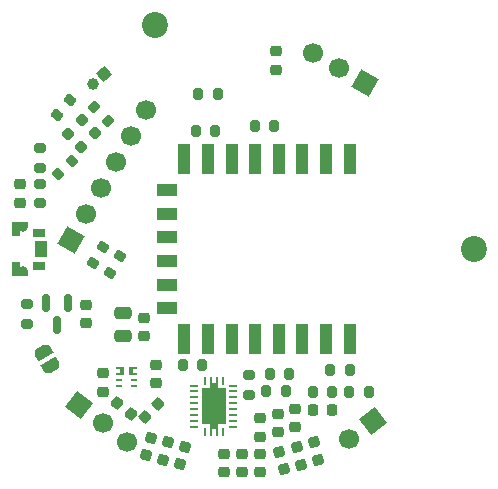
<source format=gbr>
%TF.GenerationSoftware,KiCad,Pcbnew,(6.0.5)*%
%TF.CreationDate,2022-05-23T16:41:31+02:00*%
%TF.ProjectId,qi-lamp-charger,71692d6c-616d-4702-9d63-686172676572,1.0.0*%
%TF.SameCoordinates,Original*%
%TF.FileFunction,Soldermask,Bot*%
%TF.FilePolarity,Negative*%
%FSLAX46Y46*%
G04 Gerber Fmt 4.6, Leading zero omitted, Abs format (unit mm)*
G04 Created by KiCad (PCBNEW (6.0.5)) date 2022-05-23 16:41:31*
%MOMM*%
%LPD*%
G01*
G04 APERTURE LIST*
G04 Aperture macros list*
%AMRoundRect*
0 Rectangle with rounded corners*
0 $1 Rounding radius*
0 $2 $3 $4 $5 $6 $7 $8 $9 X,Y pos of 4 corners*
0 Add a 4 corners polygon primitive as box body*
4,1,4,$2,$3,$4,$5,$6,$7,$8,$9,$2,$3,0*
0 Add four circle primitives for the rounded corners*
1,1,$1+$1,$2,$3*
1,1,$1+$1,$4,$5*
1,1,$1+$1,$6,$7*
1,1,$1+$1,$8,$9*
0 Add four rect primitives between the rounded corners*
20,1,$1+$1,$2,$3,$4,$5,0*
20,1,$1+$1,$4,$5,$6,$7,0*
20,1,$1+$1,$6,$7,$8,$9,0*
20,1,$1+$1,$8,$9,$2,$3,0*%
%AMHorizOval*
0 Thick line with rounded ends*
0 $1 width*
0 $2 $3 position (X,Y) of the first rounded end (center of the circle)*
0 $4 $5 position (X,Y) of the second rounded end (center of the circle)*
0 Add line between two ends*
20,1,$1,$2,$3,$4,$5,0*
0 Add two circle primitives to create the rounded ends*
1,1,$1,$2,$3*
1,1,$1,$4,$5*%
%AMRotRect*
0 Rectangle, with rotation*
0 The origin of the aperture is its center*
0 $1 length*
0 $2 width*
0 $3 Rotation angle, in degrees counterclockwise*
0 Add horizontal line*
21,1,$1,$2,0,0,$3*%
%AMFreePoly0*
4,1,13,0.375000,1.525000,1.025000,1.525000,1.025000,-1.525000,0.375000,-1.525000,0.375000,-1.925000,-0.375000,-1.925000,-0.375000,-1.525000,-1.025000,-1.525000,-1.025000,1.525000,-0.375000,1.525000,-0.375000,1.925000,0.375000,1.925000,0.375000,1.525000,0.375000,1.525000,$1*%
%AMFreePoly1*
4,1,22,0.500000,-0.750000,0.000000,-0.750000,-0.000001,-0.745033,-0.079941,-0.743568,-0.215257,-0.701293,-0.333266,-0.622738,-0.424486,-0.514219,-0.481581,-0.384461,-0.499164,-0.250000,-0.500000,-0.250000,-0.500000,0.250000,-0.499164,0.250000,-0.499963,0.256109,-0.478152,0.396186,-0.417904,0.524511,-0.324060,0.630769,-0.204165,0.706418,-0.067858,0.745374,0.000000,0.744958,0.000000,0.750000,
0.500000,0.750000,0.500000,-0.750000,0.500000,-0.750000,$1*%
%AMFreePoly2*
4,1,20,0.000000,0.744958,0.073905,0.744508,0.209727,0.703889,0.328688,0.626782,0.421226,0.519385,0.479903,0.390333,0.500000,0.250000,0.500000,-0.250000,0.499851,-0.262216,0.476331,-0.402017,0.414519,-0.529596,0.319384,-0.634700,0.198575,-0.708877,0.061801,-0.746166,-0.000001,-0.745033,0.000000,-0.750000,-0.500000,-0.750000,-0.500000,0.750000,0.000000,0.750000,0.000000,0.744958,
0.000000,0.744958,$1*%
G04 Aperture macros list end*
%ADD10C,2.200000*%
%ADD11RoundRect,0.225000X0.017678X-0.335876X0.335876X-0.017678X-0.017678X0.335876X-0.335876X0.017678X0*%
%ADD12RoundRect,0.050400X-0.069600X-0.249600X0.069600X-0.249600X0.069600X0.249600X-0.069600X0.249600X0*%
%ADD13RoundRect,0.050400X-0.249600X-0.069600X0.249600X-0.069600X0.249600X0.069600X-0.249600X0.069600X0*%
%ADD14RoundRect,0.050000X-0.050000X-0.250000X0.050000X-0.250000X0.050000X0.250000X-0.050000X0.250000X0*%
%ADD15FreePoly0,0.000000*%
%ADD16RoundRect,0.225000X0.250000X-0.225000X0.250000X0.225000X-0.250000X0.225000X-0.250000X-0.225000X0*%
%ADD17RoundRect,0.200000X-0.200000X-0.275000X0.200000X-0.275000X0.200000X0.275000X-0.200000X0.275000X0*%
%ADD18RotRect,1.700000X1.700000X127.500000*%
%ADD19HorizOval,1.700000X0.000000X0.000000X0.000000X0.000000X0*%
%ADD20RotRect,1.000000X1.000000X130.000000*%
%ADD21HorizOval,1.000000X0.000000X0.000000X0.000000X0.000000X0*%
%ADD22RoundRect,0.218750X-0.256250X0.218750X-0.256250X-0.218750X0.256250X-0.218750X0.256250X0.218750X0*%
%ADD23RotRect,1.700000X1.700000X232.500000*%
%ADD24HorizOval,1.700000X0.000000X0.000000X0.000000X0.000000X0*%
%ADD25RoundRect,0.200000X0.200000X0.275000X-0.200000X0.275000X-0.200000X-0.275000X0.200000X-0.275000X0*%
%ADD26FreePoly1,120.000000*%
%ADD27FreePoly2,120.000000*%
%ADD28RoundRect,0.218750X0.335876X0.026517X0.026517X0.335876X-0.335876X-0.026517X-0.026517X-0.335876X0*%
%ADD29RoundRect,0.225000X-0.299716X0.152629X-0.183247X-0.282038X0.299716X-0.152629X0.183247X0.282038X0*%
%ADD30RoundRect,0.200000X-0.053033X0.335876X-0.335876X0.053033X0.053033X-0.335876X0.335876X-0.053033X0*%
%ADD31RoundRect,0.225000X0.330695X0.061367X-0.026314X0.335310X-0.330695X-0.061367X0.026314X-0.335310X0*%
%ADD32RoundRect,0.200000X-0.275000X0.200000X-0.275000X-0.200000X0.275000X-0.200000X0.275000X0.200000X0*%
%ADD33RoundRect,0.225000X0.225000X0.250000X-0.225000X0.250000X-0.225000X-0.250000X0.225000X-0.250000X0*%
%ADD34RoundRect,0.225000X-0.250000X0.225000X-0.250000X-0.225000X0.250000X-0.225000X0.250000X0.225000X0*%
%ADD35RoundRect,0.200000X0.275000X-0.200000X0.275000X0.200000X-0.275000X0.200000X-0.275000X-0.200000X0*%
%ADD36RoundRect,0.225000X-0.183247X0.282038X-0.299716X-0.152629X0.183247X-0.282038X0.299716X0.152629X0*%
%ADD37R,0.600000X0.200000*%
%ADD38RoundRect,0.075000X0.100000X-0.275000X0.100000X0.275000X-0.100000X0.275000X-0.100000X-0.275000X0*%
%ADD39RoundRect,0.200000X0.138157X-0.310705X0.338157X0.035705X-0.138157X0.310705X-0.338157X-0.035705X0*%
%ADD40R,1.000000X2.500000*%
%ADD41R,1.800000X1.000000*%
%ADD42RotRect,1.700000X1.700000X60.000000*%
%ADD43HorizOval,1.700000X0.000000X0.000000X0.000000X0.000000X0*%
%ADD44RoundRect,0.200000X0.335876X0.053033X0.053033X0.335876X-0.335876X-0.053033X-0.053033X-0.335876X0*%
%ADD45R,1.100000X0.700000*%
%ADD46R,1.100000X1.400000*%
%ADD47R,1.350000X0.400000*%
%ADD48R,0.695000X1.150000*%
%ADD49C,0.800000*%
%ADD50RoundRect,0.200000X-0.138157X0.310705X-0.338157X-0.035705X0.138157X-0.310705X0.338157X0.035705X0*%
%ADD51RoundRect,0.200000X-0.082105X0.329975X-0.339220X0.023558X0.082105X-0.329975X0.339220X-0.023558X0*%
%ADD52RotRect,1.700000X1.700000X330.000000*%
%ADD53HorizOval,1.700000X0.000000X0.000000X0.000000X0.000000X0*%
%ADD54RoundRect,0.250000X0.475000X-0.250000X0.475000X0.250000X-0.475000X0.250000X-0.475000X-0.250000X0*%
%ADD55RoundRect,0.150000X-0.150000X0.587500X-0.150000X-0.587500X0.150000X-0.587500X0.150000X0.587500X0*%
G04 APERTURE END LIST*
D10*
%TO.C,H2*%
X120000000Y-100000000D03*
%TD*%
%TO.C,H1*%
X93000000Y-81000000D03*
%TD*%
D11*
%TO.C,C5*%
X92151992Y-114248008D03*
X93248008Y-113151992D03*
%TD*%
D12*
%TO.C,U2*%
X97249998Y-115450000D03*
D13*
X96349998Y-115050000D03*
X96349998Y-114550000D03*
X96349998Y-114050000D03*
X96349998Y-113550000D03*
X96349998Y-113050000D03*
X96349998Y-112550000D03*
X96349998Y-112050000D03*
X96349998Y-111550000D03*
D12*
X97249998Y-111150000D03*
X98749998Y-111150000D03*
D13*
X99649998Y-111550000D03*
X99649998Y-112050000D03*
X99649998Y-112550000D03*
X99649998Y-113050000D03*
X99649998Y-113550000D03*
X99649998Y-114050000D03*
X99649998Y-114550000D03*
X99649998Y-115050000D03*
D12*
X98749998Y-115450000D03*
D14*
X97724998Y-111150000D03*
X98274998Y-115450000D03*
X98274998Y-111150000D03*
X97724998Y-115450000D03*
D15*
X97999998Y-113300000D03*
%TD*%
D16*
%TO.C,C2*%
X101900000Y-118875003D03*
X101900000Y-117325003D03*
%TD*%
D17*
%TO.C,R11*%
X101475000Y-89600000D03*
X103125000Y-89600000D03*
%TD*%
D18*
%TO.C,J2*%
X111433882Y-114566116D03*
D19*
X109418765Y-116112370D03*
%TD*%
D16*
%TO.C,C17*%
X101900001Y-115875000D03*
X101900001Y-114325000D03*
%TD*%
D20*
%TO.C,TP1*%
X88716987Y-85163398D03*
D21*
X87744111Y-85979738D03*
%TD*%
D22*
%TO.C,D11*%
X81600001Y-94512498D03*
X81600001Y-96087498D03*
%TD*%
D23*
%TO.C,J1*%
X86600000Y-113200000D03*
D24*
X88615117Y-114746254D03*
X90630235Y-116292508D03*
%TD*%
D25*
%TO.C,R6*%
X108025000Y-112100001D03*
X106375000Y-112100001D03*
%TD*%
D26*
%TO.C,JP11*%
X84225000Y-109862917D03*
D27*
X83575000Y-108737083D03*
%TD*%
D16*
%TO.C,C8*%
X87200000Y-106275000D03*
X87200000Y-104725000D03*
%TD*%
%TO.C,C15*%
X98900000Y-118874999D03*
X98900000Y-117324999D03*
%TD*%
%TO.C,C14*%
X100400002Y-118874999D03*
X100400002Y-117324999D03*
%TD*%
D28*
%TO.C,D12*%
X87956847Y-90156847D03*
X86843153Y-89043153D03*
%TD*%
D29*
%TO.C,C6*%
X103550531Y-117139629D03*
X103951701Y-118636815D03*
%TD*%
D30*
%TO.C,R16*%
X85983363Y-92516637D03*
X84816637Y-93683363D03*
%TD*%
D31*
%TO.C,C4*%
X91014849Y-113971790D03*
X89785151Y-113028210D03*
%TD*%
D32*
%TO.C,R1*%
X101000000Y-110675000D03*
X101000000Y-112325000D03*
%TD*%
D33*
%TO.C,C13*%
X107975000Y-113600000D03*
X106425000Y-113600000D03*
%TD*%
D16*
%TO.C,C12*%
X93100000Y-111375001D03*
X93100000Y-109825001D03*
%TD*%
D34*
%TO.C,C16*%
X88600000Y-110524999D03*
X88600000Y-112074999D03*
%TD*%
D35*
%TO.C,R4*%
X83300002Y-96124999D03*
X83300002Y-94474999D03*
%TD*%
D36*
%TO.C,C10*%
X92651698Y-115963178D03*
X92250528Y-117460364D03*
%TD*%
D37*
%TO.C,U1*%
X89950000Y-111550000D03*
X89950000Y-111050000D03*
X89950000Y-110550000D03*
D38*
X90225000Y-110300000D03*
D37*
X89950000Y-110050000D03*
D38*
X90975000Y-110300000D03*
D37*
X91250000Y-110050000D03*
X91250000Y-110550000D03*
X91250000Y-111050000D03*
X91250000Y-111550000D03*
%TD*%
D39*
%TO.C,R2*%
X89187500Y-102014471D03*
X90012500Y-100585529D03*
%TD*%
D28*
%TO.C,D13*%
X86756847Y-91356848D03*
X85643153Y-90243154D03*
%TD*%
D16*
%TO.C,C34*%
X92100000Y-107375000D03*
X92100000Y-105825000D03*
%TD*%
D29*
%TO.C,C1*%
X106448302Y-116363178D03*
X106849472Y-117860364D03*
%TD*%
D40*
%TO.C,U3*%
X109500000Y-107600000D03*
X107500000Y-107600000D03*
X105500000Y-107600000D03*
X103500000Y-107600000D03*
X101500000Y-107600000D03*
X99500000Y-107600000D03*
X97500000Y-107600000D03*
X95500000Y-107600000D03*
D41*
X94000000Y-105000000D03*
X94000000Y-103000000D03*
X94000000Y-101000000D03*
X94000000Y-99000000D03*
X94000000Y-97000000D03*
X94000000Y-95000000D03*
D40*
X95500000Y-92400000D03*
X97500000Y-92400000D03*
X99500000Y-92400000D03*
X101500000Y-92400000D03*
X103500000Y-92400000D03*
X105500000Y-92400000D03*
X107500000Y-92400000D03*
X109500000Y-92400000D03*
%TD*%
D16*
%TO.C,C18*%
X104900000Y-115074999D03*
X104900000Y-113524999D03*
%TD*%
D17*
%TO.C,R3*%
X109475000Y-112100000D03*
X111125000Y-112100000D03*
%TD*%
D16*
%TO.C,C19*%
X103399998Y-115474999D03*
X103399998Y-113924999D03*
%TD*%
D32*
%TO.C,R17*%
X83300000Y-91475000D03*
X83300000Y-93125000D03*
%TD*%
D42*
%TO.C,J5*%
X110800000Y-85900000D03*
D43*
X108600295Y-84630000D03*
X106400591Y-83360000D03*
%TD*%
D44*
%TO.C,R15*%
X89044023Y-89122703D03*
X87877297Y-87955977D03*
%TD*%
D17*
%TO.C,R13*%
X96475000Y-90000000D03*
X98125000Y-90000000D03*
%TD*%
D35*
%TO.C,R12*%
X82200000Y-106325000D03*
X82200000Y-104675000D03*
%TD*%
D29*
%TO.C,C7*%
X104999415Y-116751407D03*
X105400585Y-118248593D03*
%TD*%
D25*
%TO.C,R9*%
X109525000Y-110200000D03*
X107875000Y-110200000D03*
%TD*%
D45*
%TO.C,SW1*%
X83200000Y-101400000D03*
X83200000Y-98600000D03*
D46*
X83350000Y-100000000D03*
D47*
X81575000Y-97900000D03*
D48*
X81247500Y-98275000D03*
D49*
X81850000Y-98150000D03*
D48*
X81247500Y-101725000D03*
D49*
X81850000Y-101850000D03*
D47*
X81575000Y-102100000D03*
%TD*%
D17*
%TO.C,R8*%
X102725000Y-110549997D03*
X104375000Y-110549997D03*
%TD*%
D50*
%TO.C,R14*%
X88612500Y-99785529D03*
X87787500Y-101214471D03*
%TD*%
D51*
%TO.C,R18*%
X85780300Y-87354615D03*
X84719700Y-88618589D03*
%TD*%
D17*
%TO.C,R10*%
X96675000Y-86900000D03*
X98325000Y-86900000D03*
%TD*%
D52*
%TO.C,J4*%
X85900000Y-99200000D03*
D53*
X87170000Y-97000295D03*
X88440000Y-94800591D03*
X89710000Y-92600886D03*
X90980000Y-90401182D03*
X92250000Y-88201477D03*
%TD*%
D36*
%TO.C,C11*%
X95549474Y-116739636D03*
X95148304Y-118236822D03*
%TD*%
%TO.C,C9*%
X94100584Y-116351408D03*
X93699414Y-117848594D03*
%TD*%
D54*
%TO.C,C22*%
X90300000Y-107350000D03*
X90300000Y-105450000D03*
%TD*%
D25*
%TO.C,R5*%
X97025000Y-109800000D03*
X95375000Y-109800000D03*
%TD*%
D17*
%TO.C,R7*%
X102425000Y-112050000D03*
X104075000Y-112050000D03*
%TD*%
D34*
%TO.C,C23*%
X103300000Y-83250000D03*
X103300000Y-84800000D03*
%TD*%
D55*
%TO.C,Q1*%
X83750000Y-104562500D03*
X85650000Y-104562500D03*
X84700000Y-106437500D03*
%TD*%
M02*

</source>
